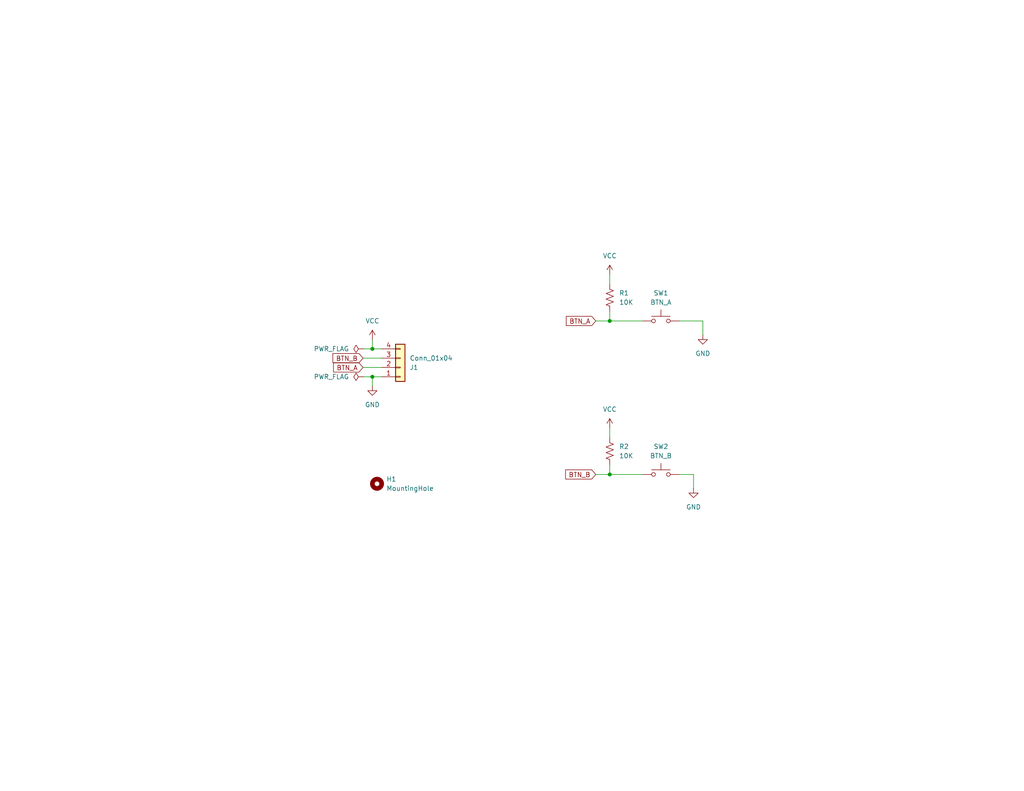
<source format=kicad_sch>
(kicad_sch (version 20231120) (generator "eeschema") (generator_version "8.0")
  (paper "A")
  (title_block (title "DUAL BUTTON MODULE") (date "2024-03-27") (rev "-"))
  (lib_symbols
    (symbol "Connector_Generic:Conn_01x04" (pin_names (offset 1.016) hide)
      (property "Reference" "J" (at 0 5.08 0))
      (property "Value" "Conn_01x04" (at 0 -7.62 0))
      (symbol "Conn_01x04_1_1"
        (rectangle (start -1.27 -4.953) (end 0 -5.207) (stroke (width 0.1524)))
        (rectangle (start -1.27 -2.413) (end 0 -2.667) (stroke (width 0.1524)))
        (rectangle (start -1.27 0.127) (end 0 -0.127) (stroke (width 0.1524)))
        (rectangle (start -1.27 2.667) (end 0 2.413) (stroke (width 0.1524)))
        (rectangle (start -1.27 3.81) (end 1.27 -6.35) (stroke (width 0.254)) (fill (type background)))
        (pin passive line (at -5.08 2.54 0) (length 3.81) (name "Pin_1") (number "1"))
        (pin passive line (at -5.08 0 0) (length 3.81) (name "Pin_2") (number "2"))
        (pin passive line (at -5.08 -2.54 0) (length 3.81) (name "Pin_3") (number "3"))
        (pin passive line (at -5.08 -5.08 0) (length 3.81) (name "Pin_4") (number "4"))
      )
    )
    (symbol "Device:R_US" (pin_numbers hide) (pin_names (offset 0))
      (property "Reference" "R" (at 2.54 0 90))
      (property "Value" "R_US" (at -2.54 0 90))
      (symbol "R_US_0_1"
        (polyline (pts (xy 0 -2.286) (xy 0 -2.54)))
        (polyline (pts (xy 0 2.286) (xy 0 2.54)))
        (polyline (pts (xy 0 -0.762) (xy 1.016 -1.143) (xy 0 -1.524) (xy -1.016 -1.905) (xy 0 -2.286)))
        (polyline (pts (xy 0 0.762) (xy 1.016 0.381) (xy 0 0) (xy -1.016 -0.381) (xy 0 -0.762)))
        (polyline (pts (xy 0 2.286) (xy 1.016 1.905) (xy 0 1.524) (xy -1.016 1.143) (xy 0 0.762)))
      )
      (symbol "R_US_1_1"
        (pin passive line (at 0 3.81 270) (length 1.27) (name "~") (number "1"))
        (pin passive line (at 0 -3.81 90) (length 1.27) (name "~") (number "2"))
      )
    )
    (symbol "Mechanical:MountingHole" (pin_names (offset 1.016))
      (property "Reference" "H" (at 0 5.08 0))
      (property "Value" "MountingHole" (at 0 3.175 0))
      (symbol "MountingHole_0_1"
        (circle (center 0 0) (radius 1.27) (stroke (width 1.27)))
      )
    )
    (symbol "Switch:SW_Push" (pin_numbers hide) (pin_names (offset 1.016) hide)
      (property "Reference" "SW" (at 1.27 2.54 0))
      (property "Value" "SW_Push" (at 0 -1.524 0))
      (symbol "SW_Push_0_1"
        (circle (center -2.032 0) (radius 0.508))
        (polyline (pts (xy 0 1.27) (xy 0 3.048)))
        (polyline (pts (xy 2.54 1.27) (xy -2.54 1.27)))
        (circle (center 2.032 0) (radius 0.508))
        (pin passive line (at -5.08 0 0) (length 2.54) (name "1") (number "1"))
        (pin passive line (at 5.08 0 180) (length 2.54) (name "2") (number "2"))
      )
    )
    (symbol "power:GND" (power) (pin_numbers hide) (pin_names (offset 0) hide)
      (property "Value" "GND" (at 0 -3.81 0))
      (symbol "GND_0_1"
        (polyline (pts (xy 0 0) (xy 0 -1.27) (xy 1.27 -1.27) (xy 0 -2.54) (xy -1.27 -1.27) (xy 0 -1.27)))
      )
      (symbol "GND_1_1"
        (pin power_in line (at 0 0 270) (length 0) (name "~") (number "1"))
      )
    )
    (symbol "power:PWR_FLAG" (power) (pin_numbers hide) (pin_names (offset 0) hide)
      (property "Value" "PWR_FLAG" (at 0 3.81 0))
      (symbol "PWR_FLAG_0_0"
        (pin power_out line (at 0 0 90) (length 0) (name "~") (number "1"))
      )
      (symbol "PWR_FLAG_0_1"
        (polyline (pts (xy 0 0) (xy 0 1.27) (xy -1.016 1.905) (xy 0 2.54) (xy 1.016 1.905) (xy 0 1.27)))
      )
    )
    (symbol "power:VCC" (power) (pin_numbers hide) (pin_names (offset 0) hide)
      (property "Value" "VCC" (at 0 3.556 0))
      (symbol "VCC_0_1"
        (polyline (pts (xy -0.762 1.27) (xy 0 2.54)))
        (polyline (pts (xy 0 0) (xy 0 2.54)))
        (polyline (pts (xy 0 2.54) (xy 0.762 1.27)))
      )
      (symbol "VCC_1_1"
        (pin power_in line (at 0 0 90) (length 0) (name "~") (number "1"))
      )
    )
  )
  (junction (at 166.37 129.54))
  (junction (at 166.37 87.63))
  (junction (at 101.6 95.25))
  (junction (at 101.6 102.87))
  (wire (pts (xy 99.06 97.79) (xy 104.14 97.79)))
  (wire (pts (xy 185.42 87.63) (xy 191.77 87.63)))
  (wire (pts (xy 166.37 129.54) (xy 166.37 127)))
  (wire (pts (xy 101.6 95.25) (xy 104.14 95.25)))
  (wire (pts (xy 162.56 87.63) (xy 166.37 87.63)))
  (wire (pts (xy 166.37 129.54) (xy 175.26 129.54)))
  (wire (pts (xy 166.37 87.63) (xy 175.26 87.63)))
  (wire (pts (xy 166.37 74.93) (xy 166.37 77.47)))
  (wire (pts (xy 191.77 87.63) (xy 191.77 91.44)))
  (wire (pts (xy 101.6 92.71) (xy 101.6 95.25)))
  (wire (pts (xy 185.42 129.54) (xy 189.23 129.54)))
  (wire (pts (xy 166.37 85.09) (xy 166.37 87.63)))
  (wire (pts (xy 162.56 129.54) (xy 166.37 129.54)))
  (wire (pts (xy 99.06 102.87) (xy 101.6 102.87)))
  (wire (pts (xy 101.6 102.87) (xy 104.14 102.87)))
  (wire (pts (xy 99.06 100.33) (xy 104.14 100.33)))
  (wire (pts (xy 99.06 95.25) (xy 101.6 95.25)))
  (wire (pts (xy 101.6 105.41) (xy 101.6 102.87)))
  (wire (pts (xy 166.37 116.84) (xy 166.37 119.38)))
  (wire (pts (xy 189.23 129.54) (xy 189.23 133.35)))
  (global_label "BTN_A" (shape input) (at 162.56 87.63 180) (property "Intersheetrefs" "${INTERSHEET_REFS}" (effects (hide yes))))
  (global_label "BTN_B" (shape input) (at 99.06 97.79 180) (property "Intersheetrefs" "${INTERSHEET_REFS}" (effects (hide yes))))
  (global_label "BTN_A" (shape input) (at 99.06 100.33 180) (property "Intersheetrefs" "${INTERSHEET_REFS}" (effects (hide yes))))
  (global_label "BTN_B" (shape input) (at 162.56 129.54 180) (property "Intersheetrefs" "${INTERSHEET_REFS}" (effects (hide yes))))
  (symbol (lib_id "power:GND") (at 191.77 91.44 0) (unit 1)
    (property "Reference" "#PWR04" (effects (hide yes)))
    (property "Value" "GND" (at 191.77 96.52 0))
    (property "Description" "Power symbol creates a global label with name \"GND\" , ground" (effects (hide yes)))
  )
  (symbol (lib_id "power:GND") (at 189.23 133.35 0) (unit 1)
    (property "Reference" "#PWR06" (effects (hide yes)))
    (property "Value" "GND" (at 189.23 138.43 0))
    (property "Description" "Power symbol creates a global label with name \"GND\" , ground" (effects (hide yes)))
  )
  (symbol (lib_id "power:VCC") (at 101.6 92.71 0) (unit 1)
    (property "Reference" "#PWR01" (effects (hide yes)))
    (property "Value" "VCC" (at 101.6 87.63 0))
    (property "Description" "Power symbol creates a global label with name \"VCC\"" (effects (hide yes)))
  )
  (symbol (lib_id "Mechanical:MountingHole") (at 102.87 132.08 0) (unit 1)
    (property "Reference" "H1" (at 105.41 130.8099 0) (effects (justify left)))
    (property "Value" "MountingHole" (at 105.41 133.3499 0) (effects (justify left)))
    (property "Footprint" "MountingHole:MountingHole_3.5mm" (effects (hide yes)))
    (property "Description" "Mounting Hole without connection" (effects (hide yes)))
  )
  (symbol (lib_id "Switch:SW_Push") (at 180.34 87.63 0) (unit 1)
    (property "Reference" "SW1" (at 180.34 80.01 0))
    (property "Value" "BTN_A" (at 180.34 82.55 0))
    (property "Footprint" "Button_Switch_THT:SW_PUSH_6mm_H5mm" (effects (hide yes)))
    (property "Description" "Push button switch, generic, two pins" (effects (hide yes)))
  )
  (symbol (lib_id "power:PWR_FLAG") (at 99.06 102.87 90) (unit 1)
    (property "Reference" "#FLG02" (effects (hide yes)))
    (property "Value" "PWR_FLAG" (at 95.25 102.8699 90) (effects (justify left)))
    (property "Description" "Special symbol for telling ERC where power comes from" (effects (hide yes)))
  )
  (symbol (lib_id "Device:R_US") (at 166.37 123.19 0) (unit 1)
    (property "Reference" "R2" (at 168.91 121.9199 0) (effects (justify left)))
    (property "Value" "10K" (at 168.91 124.4599 0) (effects (justify left)))
    (property "Footprint" "Resistor_SMD:R_0805_2012Metric_Pad1.20x1.40mm_HandSolder" (effects (hide yes)))
    (property "Description" "Resistor, US symbol" (effects (hide yes)))
  )
  (symbol (lib_id "power:GND") (at 101.6 105.41 0) (unit 1)
    (property "Reference" "#PWR02" (effects (hide yes)))
    (property "Value" "GND" (at 101.6 110.49 0))
    (property "Description" "Power symbol creates a global label with name \"GND\" , ground" (effects (hide yes)))
  )
  (symbol (lib_id "Device:R_US") (at 166.37 81.28 180) (unit 1)
    (property "Reference" "R1" (at 168.91 80.0099 0) (effects (justify right)))
    (property "Value" "10K" (at 168.91 82.5499 0) (effects (justify right)))
    (property "Footprint" "Resistor_SMD:R_0805_2012Metric_Pad1.20x1.40mm_HandSolder" (effects (hide yes)))
    (property "Description" "Resistor, US symbol" (effects (hide yes)))
  )
  (symbol (lib_id "Switch:SW_Push") (at 180.34 129.54 0) (mirror y) (unit 1)
    (property "Reference" "SW2" (at 180.34 121.92 0))
    (property "Value" "BTN_B" (at 180.34 124.46 0))
    (property "Footprint" "Button_Switch_THT:SW_PUSH_6mm_H5mm" (effects (hide yes)))
    (property "Description" "Push button switch, generic, two pins" (effects (hide yes)))
  )
  (symbol (lib_id "power:VCC") (at 166.37 116.84 0) (unit 1)
    (property "Reference" "#PWR05" (effects (hide yes)))
    (property "Value" "VCC" (at 166.37 111.76 0))
    (property "Description" "Power symbol creates a global label with name \"VCC\"" (effects (hide yes)))
  )
  (symbol (lib_id "power:VCC") (at 166.37 74.93 0) (unit 1)
    (property "Reference" "#PWR03" (effects (hide yes)))
    (property "Value" "VCC" (at 166.37 69.85 0))
    (property "Description" "Power symbol creates a global label with name \"VCC\"" (effects (hide yes)))
  )
  (symbol (lib_id "Connector_Generic:Conn_01x04") (at 109.22 100.33 0) (mirror x) (unit 1)
    (property "Reference" "J1" (at 111.76 100.3301 0) (effects (justify left)))
    (property "Value" "Conn_01x04" (at 111.76 97.7901 0) (effects (justify left)))
    (property "Footprint" "Connector_JST:JST_XH_B4B-XH-A_1x04_P2.50mm_Vertical" (effects (hide yes)))
    (property "Description" "Generic connector, single row, 01x04, script generated (kicad-library-utils/schlib/autogen/connector/)" (effects (hide yes)))
  )
  (symbol (lib_id "power:PWR_FLAG") (at 99.06 95.25 90) (unit 1)
    (property "Reference" "#FLG01" (effects (hide yes)))
    (property "Value" "PWR_FLAG" (at 95.25 95.2499 90) (effects (justify left)))
    (property "Description" "Special symbol for telling ERC where power comes from" (effects (hide yes)))
  )
)
</source>
